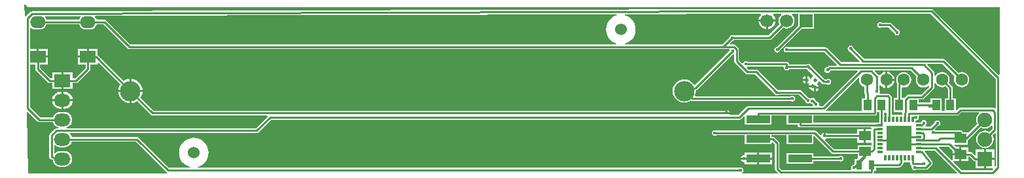
<source format=gbl>
G04 Layer_Physical_Order=2*
G04 Layer_Color=11436288*
%FSLAX44Y44*%
%MOMM*%
G71*
G01*
G75*
%ADD23R,1.5500X1.2500*%
%ADD28C,0.2540*%
%ADD29C,1.9050*%
%ADD30R,1.9050X1.9050*%
%ADD31O,2.1590X1.6510*%
%ADD32R,2.1590X1.6510*%
%ADD33R,2.0320X1.5240*%
%ADD34O,2.0320X1.5240*%
%ADD35R,1.7000X1.7000*%
%ADD36C,1.7000*%
%ADD37C,1.5240*%
%ADD38C,2.6416*%
%ADD39C,1.6000*%
%ADD40C,0.3810*%
%ADD41C,0.5000*%
%ADD42R,3.3000X3.3000*%
%ADD43R,0.3000X0.8000*%
%ADD44R,0.8000X0.3000*%
%ADD45R,3.1000X1.0000*%
%ADD46R,0.8000X1.2500*%
%ADD47R,1.0500X1.4500*%
G36*
X1789496Y936225D02*
Y931418D01*
X1789260Y930229D01*
X1788586Y929221D01*
X1775886Y916520D01*
X1774878Y915847D01*
X1773689Y915610D01*
X1769393D01*
Y911412D01*
X1776737D01*
X1776790Y911401D01*
X1776843Y911410D01*
X1783319Y911189D01*
X1784589Y912079D01*
Y916824D01*
X1798645D01*
Y900490D01*
X1803089D01*
Y916824D01*
X1807009D01*
Y929263D01*
X1803719Y932553D01*
X1801895Y931798D01*
X1799343Y931462D01*
X1796790Y931798D01*
X1794412Y932783D01*
X1792369Y934350D01*
X1790802Y936393D01*
X1790766Y936478D01*
X1789496Y936225D01*
D02*
G37*
G36*
X1863030Y880939D02*
X1860669Y879127D01*
X1857919Y877988D01*
X1854969Y877599D01*
X1852018Y877988D01*
X1849426Y879062D01*
X1832872Y862508D01*
X1832747Y862425D01*
Y856678D01*
X1815741D01*
X1815255Y855505D01*
X1817006Y853754D01*
X1821949D01*
Y845476D01*
X1812929D01*
Y849041D01*
X1807961Y854008D01*
X1795431D01*
X1794945Y852835D01*
X1811659Y836121D01*
X1812929Y836647D01*
Y842936D01*
X1821949D01*
Y835416D01*
X1814160D01*
X1813634Y834146D01*
X1824506Y823274D01*
X1863842D01*
X1865531Y824963D01*
X1865045Y826136D01*
X1856240D01*
Y836931D01*
X1867035D01*
Y829052D01*
X1868305Y828419D01*
X1868752Y828756D01*
Y871329D01*
X1867579Y871815D01*
X1864907Y869143D01*
X1865981Y866551D01*
X1866369Y863600D01*
X1865981Y860649D01*
X1864842Y857900D01*
X1863030Y855539D01*
X1860669Y853727D01*
X1857919Y852588D01*
X1854969Y852199D01*
X1852018Y852588D01*
X1849268Y853727D01*
X1846907Y855539D01*
X1845096Y857900D01*
X1843957Y860649D01*
X1843568Y863600D01*
X1843957Y866551D01*
X1845096Y869300D01*
X1846907Y871661D01*
X1849268Y873473D01*
X1852018Y874612D01*
X1854969Y875001D01*
X1857919Y874612D01*
X1860512Y873538D01*
X1864434Y877460D01*
Y880793D01*
X1863231Y881201D01*
X1863030Y880939D01*
D02*
G37*
G36*
X1712261Y952029D02*
X1717163Y947127D01*
X1717232Y947078D01*
X1718733Y947087D01*
X1719690Y948333D01*
X1721891Y950023D01*
X1724455Y951085D01*
X1725937Y951280D01*
Y940816D01*
Y930352D01*
X1724455Y930547D01*
X1721891Y931609D01*
X1719690Y933299D01*
X1719325Y933774D01*
X1718123Y933365D01*
Y928062D01*
X1718484Y927521D01*
X1718770Y926084D01*
X1718484Y924647D01*
X1718203Y924225D01*
X1718881Y922955D01*
X1729309D01*
X1730499Y922719D01*
X1731507Y922045D01*
X1733493Y920060D01*
X1734166Y919051D01*
X1734403Y917862D01*
Y895394D01*
X1748187D01*
Y897890D01*
X1748210Y898006D01*
X1747168Y899276D01*
X1736837D01*
Y917332D01*
X1740757D01*
Y934868D01*
X1740993Y936057D01*
X1741121Y936248D01*
X1740286Y938263D01*
X1739950Y940816D01*
X1740286Y943369D01*
X1741272Y945747D01*
X1742839Y947790D01*
X1744882Y949357D01*
X1747260Y950342D01*
X1749813Y950678D01*
X1752365Y950342D01*
X1754744Y949357D01*
X1756786Y947790D01*
X1758354Y945747D01*
X1759339Y943369D01*
X1759675Y940816D01*
X1759339Y938263D01*
X1758354Y935885D01*
X1756786Y933842D01*
X1754744Y932275D01*
X1752365Y931290D01*
X1749813Y930954D01*
X1748242Y931160D01*
X1746972Y930101D01*
Y917332D01*
X1750137D01*
X1750155Y917359D01*
X1753711Y920916D01*
X1754720Y921589D01*
X1755909Y921826D01*
X1772401D01*
X1782782Y932207D01*
X1782672Y932614D01*
X1781223Y933103D01*
X1780144Y932275D01*
X1777765Y931290D01*
X1775213Y930954D01*
X1772660Y931290D01*
X1770282Y932275D01*
X1768239Y933842D01*
X1766672Y935885D01*
X1765686Y938263D01*
X1765350Y940816D01*
X1765686Y943369D01*
X1766442Y945192D01*
X1758432Y953202D01*
X1712747D01*
X1712261Y952029D01*
D02*
G37*
G36*
X615137Y898997D02*
X616973Y819150D01*
X797141D01*
X797266Y820420D01*
X796377Y820597D01*
X795369Y821271D01*
X756148Y860492D01*
X673281D01*
X672473Y858540D01*
X670864Y856444D01*
X668768Y854836D01*
X666328Y853825D01*
X663709Y853480D01*
X658629D01*
X656010Y853825D01*
X653569Y854836D01*
X651577Y856365D01*
X650789Y856212D01*
X650306Y856048D01*
Y845752D01*
X650789Y845588D01*
X651577Y845435D01*
X653569Y846964D01*
X656010Y847975D01*
X658629Y848320D01*
X663709D01*
X666328Y847975D01*
X668768Y846964D01*
X670864Y845356D01*
X672473Y843260D01*
X673484Y840819D01*
X673828Y838200D01*
X673484Y835581D01*
X672473Y833140D01*
X670864Y831044D01*
X668768Y829436D01*
X666328Y828425D01*
X663709Y828080D01*
X658629D01*
X656010Y828425D01*
X653569Y829436D01*
X651473Y831044D01*
X649865Y833140D01*
X648854Y835581D01*
X648625Y837322D01*
X646643Y837682D01*
X646335Y837804D01*
X646010Y837869D01*
X645776Y838025D01*
X645515Y838128D01*
X645277Y838358D01*
X645001Y838542D01*
X644845Y838776D01*
X644644Y838971D01*
X644512Y839275D01*
X644328Y839551D01*
X644273Y839826D01*
X644161Y840083D01*
X644156Y840415D01*
X644091Y840740D01*
Y868680D01*
X644328Y869869D01*
X645001Y870878D01*
X651351Y877227D01*
X652359Y877901D01*
X653549Y878138D01*
X655316D01*
X655569Y879408D01*
X653569Y880236D01*
X651473Y881844D01*
X649865Y883940D01*
X649056Y885892D01*
X631197D01*
X630008Y886129D01*
X628999Y886803D01*
X616305Y899497D01*
X615137Y898997D01*
D02*
G37*
G36*
X1578802Y866961D02*
X1580650D01*
X1581839Y866724D01*
X1582847Y866050D01*
X1588180Y860717D01*
X1588854Y859709D01*
X1589091Y858520D01*
Y826787D01*
X1592096Y823782D01*
X1681337D01*
X1682015Y825052D01*
X1681827Y825333D01*
X1681542Y826770D01*
X1681827Y828207D01*
X1682641Y829425D01*
X1683860Y830239D01*
X1684498Y830366D01*
X1686251Y832119D01*
Y838354D01*
X1689754D01*
X1689863Y838518D01*
X1689993Y839734D01*
X1689993D01*
Y844654D01*
X1658463D01*
X1657273Y844891D01*
X1656265Y845565D01*
X1634071Y867759D01*
X1632801Y867233D01*
Y857075D01*
X1598245D01*
Y868874D01*
X1578802D01*
Y866961D01*
D02*
G37*
G36*
X1821098Y895184D02*
X1820090Y894511D01*
X1818901Y894274D01*
X1769914D01*
X1769126Y893004D01*
X1769316Y892048D01*
X1769030Y890611D01*
X1768216Y889393D01*
X1766998Y888579D01*
X1765561Y888293D01*
X1765555Y888294D01*
X1764573Y887488D01*
Y885394D01*
X1771708D01*
X1771998Y885684D01*
X1772124Y886322D01*
X1772939Y887541D01*
X1774157Y888354D01*
X1775594Y888640D01*
X1777031Y888354D01*
X1778249Y887541D01*
X1779063Y886322D01*
X1779349Y884885D01*
X1779063Y883448D01*
X1778249Y882230D01*
X1778145Y882161D01*
X1777837Y880434D01*
X1777988Y880224D01*
X1784774D01*
X1789651Y885100D01*
X1789777Y885738D01*
X1790591Y886956D01*
X1791810Y887770D01*
X1793247Y888056D01*
X1794684Y887770D01*
X1795902Y886956D01*
X1796716Y885738D01*
X1797002Y884301D01*
X1796716Y882864D01*
X1795902Y881646D01*
X1794684Y880832D01*
X1794045Y880705D01*
X1789954Y876614D01*
X1790480Y875344D01*
X1823219D01*
X1824408Y875107D01*
X1825416Y874434D01*
X1826090Y873425D01*
X1826227Y872734D01*
X1832747D01*
X1832747Y872734D01*
Y872734D01*
X1833851Y872277D01*
X1845031Y883457D01*
X1843957Y886049D01*
X1843568Y889000D01*
X1843957Y891951D01*
X1845096Y894700D01*
X1846907Y897061D01*
X1847335Y897390D01*
X1846927Y898592D01*
X1824506D01*
X1821098Y895184D01*
D02*
G37*
G36*
X1648857Y901760D02*
X1649078Y900882D01*
X1649345Y900490D01*
X1695689D01*
Y917078D01*
X1699609D01*
Y922511D01*
X1698936Y923519D01*
X1698699Y924708D01*
Y931520D01*
X1696876Y932275D01*
X1694833Y933842D01*
X1693266Y935885D01*
X1692280Y938263D01*
X1691944Y940816D01*
X1692280Y943369D01*
X1692293Y943399D01*
X1691217Y944119D01*
X1648857Y901760D01*
D02*
G37*
G36*
X1578802Y882475D02*
X1544246D01*
Y893279D01*
X1543073Y893765D01*
X1539158Y889850D01*
X1538150Y889177D01*
X1536961Y888940D01*
X930934D01*
X914826Y872832D01*
X913818Y872159D01*
X912629Y871922D01*
X671260D01*
X671097Y871440D01*
X670944Y870652D01*
X672473Y868660D01*
X673281Y866708D01*
X757435D01*
X758624Y866471D01*
X759632Y865798D01*
X798854Y826576D01*
X826336D01*
X826525Y827846D01*
X823896Y828643D01*
X820587Y830412D01*
X817686Y832792D01*
X815306Y835693D01*
X813537Y839003D01*
X812447Y842594D01*
X812080Y846328D01*
X812447Y850062D01*
X813537Y853653D01*
X815306Y856963D01*
X817686Y859864D01*
X820587Y862244D01*
X823896Y864013D01*
X827487Y865102D01*
X831222Y865470D01*
X834956Y865102D01*
X838547Y864013D01*
X841857Y862244D01*
X844757Y859864D01*
X847138Y856963D01*
X848907Y853653D01*
X849996Y850062D01*
X850364Y846328D01*
X849996Y842594D01*
X848907Y839003D01*
X847138Y835693D01*
X844757Y832792D01*
X841857Y830412D01*
X838547Y828643D01*
X835919Y827846D01*
X836107Y826576D01*
X1536507D01*
X1537048Y826937D01*
X1538485Y827223D01*
X1539922Y826937D01*
X1541140Y826123D01*
X1541954Y824905D01*
X1542240Y823468D01*
X1541954Y822031D01*
X1541140Y820813D01*
X1540552Y820420D01*
X1540938Y819150D01*
X1586278D01*
X1586764Y820323D01*
X1583785Y823303D01*
X1583381Y823907D01*
X1583112Y824311D01*
X1582875Y825500D01*
Y857233D01*
X1580072Y860036D01*
X1578802Y859510D01*
Y857075D01*
X1544246D01*
Y868874D01*
X1507099D01*
X1506558Y868513D01*
X1505121Y868227D01*
X1503684Y868513D01*
X1502466Y869327D01*
X1501651Y870545D01*
X1501366Y871982D01*
X1501651Y873419D01*
X1502466Y874637D01*
X1503684Y875451D01*
X1505121Y875737D01*
X1506558Y875451D01*
X1507099Y875090D01*
X1634243D01*
X1635432Y874853D01*
X1636440Y874180D01*
X1641746Y868874D01*
X1643124Y869292D01*
X1643264Y869996D01*
X1644246Y871467D01*
X1645716Y872449D01*
X1646181Y872541D01*
Y868262D01*
X1648721D01*
Y872541D01*
X1649185Y872449D01*
X1650655Y871467D01*
X1650720Y871370D01*
X1689231D01*
Y877052D01*
X1698251D01*
Y868262D01*
Y859472D01*
X1689231D01*
Y865154D01*
X1650720D01*
X1650655Y865057D01*
X1649185Y864075D01*
X1648481Y863935D01*
X1648063Y862557D01*
X1659750Y850870D01*
X1689993D01*
Y855790D01*
X1708512D01*
Y859472D01*
X1700791D01*
Y868262D01*
Y877052D01*
X1707567D01*
X1707977Y877809D01*
X1707239Y879008D01*
X1615447D01*
X1614258Y879245D01*
X1613249Y879919D01*
X1612576Y880927D01*
X1612339Y882116D01*
Y882475D01*
X1598245D01*
Y894274D01*
X1578802D01*
Y882475D01*
D02*
G37*
G36*
X1715329Y897382D02*
X1715092Y896193D01*
X1714418Y895184D01*
X1713410Y894511D01*
X1712221Y894274D01*
X1632801D01*
Y885224D01*
X1713017D01*
Y885394D01*
X1717678D01*
X1718109Y885826D01*
Y899022D01*
X1715329D01*
Y897382D01*
D02*
G37*
G36*
X639926Y1011154D02*
X638420Y1009191D01*
X636456Y1007685D01*
X634170Y1006738D01*
X631717Y1006415D01*
X626637D01*
X624184Y1006738D01*
X621897Y1007685D01*
X620335Y1008884D01*
X619064Y1008351D01*
Y981054D01*
X627907D01*
Y970894D01*
X629177D01*
Y969624D01*
X641877D01*
Y960734D01*
X632285D01*
Y956327D01*
X645704Y942908D01*
X647834D01*
Y950595D01*
X659899D01*
Y939800D01*
Y929005D01*
X647834D01*
Y936692D01*
X644417D01*
X643228Y936929D01*
X642219Y937602D01*
X626979Y952842D01*
X626306Y953851D01*
X626069Y955040D01*
Y960734D01*
X619064D01*
Y905527D01*
X632484Y892108D01*
X649056D01*
X649865Y894060D01*
X651473Y896156D01*
X653569Y897764D01*
X656010Y898775D01*
X658629Y899120D01*
X663709D01*
X666328Y898775D01*
X668768Y897764D01*
X670864Y896156D01*
X672473Y894060D01*
X673484Y891619D01*
X673828Y889000D01*
X673484Y886381D01*
X672473Y883940D01*
X670864Y881844D01*
X668768Y880236D01*
X666768Y879408D01*
X667021Y878138D01*
X911341D01*
X926462Y893258D01*
X925936Y894528D01*
X777755D01*
X776565Y894765D01*
X775557Y895439D01*
X757825Y913170D01*
X755108Y911718D01*
X752140Y910818D01*
X750323Y910639D01*
Y925068D01*
X764752D01*
X764573Y923251D01*
X763672Y920282D01*
X762220Y917566D01*
X779042Y900744D01*
X1517181D01*
X1517246Y900841D01*
X1518716Y901823D01*
X1519181Y901915D01*
Y897636D01*
X1520451D01*
Y896366D01*
X1524780D01*
X1525551Y895156D01*
X1535674D01*
X1546447Y905929D01*
X1547455Y906603D01*
X1548645Y906840D01*
X1632003D01*
X1632806Y907857D01*
X1632833Y908110D01*
X1630963Y909979D01*
X1630012Y910169D01*
X1629754Y910341D01*
X1629521Y910497D01*
X1629520Y910497D01*
X1628793Y910983D01*
X1627620Y910638D01*
X1627298Y910423D01*
X1625861Y910137D01*
X1624424Y910423D01*
X1623206Y911237D01*
X1622391Y912455D01*
X1622265Y913093D01*
X1613905Y921452D01*
X1587707D01*
X1587166Y921091D01*
X1585729Y920805D01*
X1584292Y921091D01*
X1583073Y921905D01*
X1582259Y923123D01*
X1582133Y923761D01*
X1557771Y948122D01*
X1547375D01*
X1546185Y948359D01*
X1545177Y949033D01*
X1531207Y963002D01*
X1530534Y964011D01*
X1530297Y965200D01*
Y973771D01*
X1529280Y974574D01*
X1529027Y974602D01*
X1482770Y928345D01*
X1482621Y928245D01*
X1482504Y928108D01*
X1482121Y927911D01*
X1481762Y927671D01*
X1481586Y927636D01*
X1481426Y927554D01*
X1480797Y927374D01*
X1480899Y926338D01*
X1480610Y923400D01*
X1479824Y920810D01*
X1480421Y919540D01*
X1603817D01*
X1604358Y919901D01*
X1605795Y920187D01*
X1607232Y919901D01*
X1608450Y919087D01*
X1609264Y917869D01*
X1609550Y916432D01*
X1609264Y914995D01*
X1608450Y913777D01*
X1607232Y912963D01*
X1605795Y912677D01*
X1604358Y912963D01*
X1603817Y913324D01*
X1475747D01*
X1474557Y913561D01*
X1474188Y913807D01*
X1471603Y912426D01*
X1468779Y911569D01*
X1465841Y911280D01*
X1462903Y911569D01*
X1460078Y912426D01*
X1457475Y913817D01*
X1455193Y915690D01*
X1453320Y917972D01*
X1451929Y920575D01*
X1451072Y923400D01*
X1450782Y926338D01*
X1451072Y929276D01*
X1451929Y932101D01*
X1453320Y934704D01*
X1455193Y936986D01*
X1457475Y938859D01*
X1460078Y940250D01*
X1462903Y941107D01*
X1465841Y941396D01*
X1468779Y941107D01*
X1471603Y940250D01*
X1474207Y938859D01*
X1476489Y936986D01*
X1478362Y934704D01*
X1478548Y934355D01*
X1479804Y934169D01*
X1524729Y979093D01*
X1524782Y979364D01*
X1524048Y980634D01*
X747783D01*
X746593Y980871D01*
X745585Y981544D01*
X714344Y1012786D01*
X705602D01*
X704926Y1011154D01*
X703419Y1009191D01*
X701456Y1007685D01*
X699170Y1006738D01*
X696717Y1006415D01*
X691637D01*
X689183Y1006738D01*
X686897Y1007685D01*
X684934Y1009191D01*
X683427Y1011154D01*
X682751Y1012786D01*
X640602D01*
X639926Y1011154D01*
D02*
G37*
G36*
X703785Y1023831D02*
X703515Y1023030D01*
X703447Y1022560D01*
X704926Y1020633D01*
X705602Y1019001D01*
X715631D01*
X716820Y1018765D01*
X717828Y1018091D01*
X749070Y986850D01*
X1377949D01*
X1378137Y988120D01*
X1376346Y988663D01*
X1373037Y990432D01*
X1370136Y992812D01*
X1367756Y995713D01*
X1365987Y999023D01*
X1364897Y1002614D01*
X1364530Y1006348D01*
X1364897Y1010082D01*
X1365987Y1013673D01*
X1367756Y1016983D01*
X1370136Y1019884D01*
X1373037Y1022264D01*
X1376346Y1024033D01*
X1378817Y1024783D01*
X1378627Y1026052D01*
X703785Y1023831D01*
D02*
G37*
G36*
X1777068Y847738D02*
X1786627Y834425D01*
X1786775Y834099D01*
X1786974Y833801D01*
X1787023Y833552D01*
X1787129Y833320D01*
X1787141Y832963D01*
X1787211Y832612D01*
X1787161Y832363D01*
X1787169Y832109D01*
X1787044Y831774D01*
X1786974Y831423D01*
X1786833Y831211D01*
X1786743Y830973D01*
X1786499Y830712D01*
X1786300Y830415D01*
X1780966Y825080D01*
X1779958Y824407D01*
X1778769Y824170D01*
X1765761D01*
X1765220Y823809D01*
X1763783Y823523D01*
X1762346Y823809D01*
X1761127Y824623D01*
X1760313Y825841D01*
X1760028Y827278D01*
X1760205Y828172D01*
X1760106Y829487D01*
X1759098Y830161D01*
X1758424Y831169D01*
X1758187Y832358D01*
Y833838D01*
X1749403D01*
Y833120D01*
X1749166Y831931D01*
X1748492Y830922D01*
X1745698Y828129D01*
X1744690Y827455D01*
X1743501Y827218D01*
X1713807D01*
Y822298D01*
X1711136D01*
Y820901D01*
X1711041Y820420D01*
X1711936Y819150D01*
X1818180D01*
X1818667Y820323D01*
X1789981Y849008D01*
X1777719D01*
X1777068Y847738D01*
D02*
G37*
G36*
X638998Y1023618D02*
X638612Y1022346D01*
X639926Y1020633D01*
X640602Y1019001D01*
X682751D01*
X683427Y1020633D01*
X684859Y1022499D01*
X684720Y1023222D01*
X684534Y1023768D01*
X638998Y1023618D01*
D02*
G37*
G36*
X1388608Y1026085D02*
X1388422Y1024814D01*
X1390997Y1024033D01*
X1394307Y1022264D01*
X1397207Y1019884D01*
X1399588Y1016983D01*
X1401357Y1013673D01*
X1402446Y1010082D01*
X1402814Y1006348D01*
X1402446Y1002614D01*
X1401357Y999023D01*
X1399588Y995713D01*
X1397207Y992812D01*
X1394307Y990432D01*
X1390997Y988663D01*
X1389206Y988120D01*
X1389395Y986850D01*
X1514986D01*
X1524615Y996479D01*
X1524742Y997117D01*
X1525556Y998335D01*
X1526774Y999149D01*
X1528211Y999435D01*
X1529648Y999149D01*
X1530189Y998788D01*
X1574890D01*
X1589121Y1013019D01*
X1588261Y1015095D01*
X1587908Y1017778D01*
X1588261Y1020461D01*
X1589297Y1022961D01*
X1590945Y1025108D01*
X1591332Y1025406D01*
X1590924Y1026608D01*
X1581439D01*
X1580989Y1025338D01*
X1582518Y1023346D01*
X1583631Y1020660D01*
X1583843Y1019048D01*
X1561907D01*
X1562119Y1020660D01*
X1563231Y1023346D01*
X1564760Y1025338D01*
X1564311Y1026608D01*
X1547631D01*
X1388608Y1026085D01*
D02*
G37*
G36*
X611932Y1038424D02*
X612279Y1023347D01*
X613557Y1022975D01*
X613759Y1023278D01*
X619347Y1028866D01*
X619849Y1029201D01*
X620346Y1029535D01*
X620351Y1029536D01*
X620355Y1029539D01*
X620949Y1029657D01*
X621535Y1029776D01*
X1547619Y1032824D01*
X1547624Y1032823D01*
X1547629Y1032824D01*
X1785627D01*
X1786816Y1032587D01*
X1787824Y1031914D01*
X1872591Y947146D01*
X1873765Y947632D01*
Y1035304D01*
X616719D01*
X613100Y1038923D01*
X611932Y1038424D01*
D02*
G37*
G36*
X1605218Y1025406D02*
X1605605Y1025108D01*
X1607253Y1022961D01*
X1608288Y1020461D01*
X1608642Y1017778D01*
X1608288Y1015095D01*
X1607253Y1012595D01*
X1605605Y1010448D01*
X1603458Y1008800D01*
X1600958Y1007765D01*
X1598275Y1007411D01*
X1595592Y1007765D01*
X1593516Y1008624D01*
X1578374Y993483D01*
X1577366Y992809D01*
X1576177Y992572D01*
X1530189D01*
X1529648Y992211D01*
X1529010Y992084D01*
X1524949Y988023D01*
X1525435Y986850D01*
X1530103D01*
X1531292Y986613D01*
X1532300Y985939D01*
X1535602Y982637D01*
X1536276Y981629D01*
X1536512Y980440D01*
Y966487D01*
X1540813Y962187D01*
X1542014Y962467D01*
X1542166Y962630D01*
X1542941Y963791D01*
X1544160Y964605D01*
X1545597Y964891D01*
X1547034Y964605D01*
X1547575Y964244D01*
X1598325D01*
X1599514Y964007D01*
X1600523Y963334D01*
X1601196Y962325D01*
X1601433Y961136D01*
Y960942D01*
X1624391D01*
X1624932Y961303D01*
X1626369Y961589D01*
X1627806Y961303D01*
X1629024Y960489D01*
X1629838Y959271D01*
X1629965Y958633D01*
X1647214Y941384D01*
X1650045D01*
X1650586Y941745D01*
X1652023Y942031D01*
X1653460Y941745D01*
X1654678Y940931D01*
X1655492Y939713D01*
X1655778Y938276D01*
X1655492Y936839D01*
X1654678Y935621D01*
X1653460Y934807D01*
X1652023Y934521D01*
X1650586Y934807D01*
X1650045Y935168D01*
X1645927D01*
X1644738Y935405D01*
X1643729Y936078D01*
X1640963Y938844D01*
X1639548Y938464D01*
X1638638Y937103D01*
X1637736Y936500D01*
Y934972D01*
X1638638Y934369D01*
X1639752Y932702D01*
X1639891Y932006D01*
X1635005D01*
Y930736D01*
X1633735D01*
Y925850D01*
X1633038Y925988D01*
X1631371Y927102D01*
X1630937Y927752D01*
X1629990Y927940D01*
X1628323Y929054D01*
X1627209Y930722D01*
X1627071Y931418D01*
X1631957D01*
Y933958D01*
X1627071D01*
X1627209Y934654D01*
X1628052Y935915D01*
X1627136Y936831D01*
X1625876Y935989D01*
X1625179Y935850D01*
Y940736D01*
Y945622D01*
X1625876Y945484D01*
X1627543Y944370D01*
X1628657Y942703D01*
X1628809Y941934D01*
X1630104D01*
X1630257Y942703D01*
X1631371Y944370D01*
X1632732Y945279D01*
X1633113Y946695D01*
X1625570Y954238D01*
X1624932Y954365D01*
X1624391Y954726D01*
X1601394D01*
X1600980Y954107D01*
X1599762Y953293D01*
X1598325Y953008D01*
X1596888Y953293D01*
X1595670Y954107D01*
X1594856Y955326D01*
X1594570Y956763D01*
X1594626Y957047D01*
X1593821Y958028D01*
X1547575D01*
X1547091Y957705D01*
X1546928Y957553D01*
X1546647Y956352D01*
X1548662Y954338D01*
X1559059D01*
X1560248Y954101D01*
X1561256Y953428D01*
X1586527Y928156D01*
X1587166Y928029D01*
X1587707Y927668D01*
X1615193D01*
X1616382Y927431D01*
X1617390Y926758D01*
X1626659Y917488D01*
X1627298Y917361D01*
X1627789Y917033D01*
X1628516Y916547D01*
X1629690Y916892D01*
X1630012Y917107D01*
X1631449Y917393D01*
X1632886Y917107D01*
X1634104Y916293D01*
X1634918Y915075D01*
X1634983Y914750D01*
X1637324Y912408D01*
X1637963Y912281D01*
X1639181Y911467D01*
X1639995Y910249D01*
X1640281Y908812D01*
X1640141Y908110D01*
X1641048Y906840D01*
X1645148D01*
X1690337Y952029D01*
X1689851Y953202D01*
X1655088D01*
X1654603Y952717D01*
X1654476Y952079D01*
X1653662Y950861D01*
X1652444Y950047D01*
X1651007Y949761D01*
X1649570Y950047D01*
X1648351Y950861D01*
X1647537Y952079D01*
X1647252Y953516D01*
X1647537Y954953D01*
X1648351Y956171D01*
X1649570Y956985D01*
X1650208Y957112D01*
X1651603Y958508D01*
X1652612Y959181D01*
X1653801Y959418D01*
X1662673D01*
X1663159Y960591D01*
X1646671Y977078D01*
X1600153D01*
X1599612Y976717D01*
X1598175Y976431D01*
X1596738Y976717D01*
X1595520Y977531D01*
X1594705Y978749D01*
X1594420Y980186D01*
X1594705Y981623D01*
X1595520Y982841D01*
X1596738Y983655D01*
X1598175Y983941D01*
X1599612Y983655D01*
X1600153Y983294D01*
X1647959D01*
X1649148Y983057D01*
X1650156Y982383D01*
X1668804Y963736D01*
X1692645D01*
X1693131Y964909D01*
X1680180Y977860D01*
X1679542Y977987D01*
X1678324Y978801D01*
X1677509Y980019D01*
X1677224Y981456D01*
X1677509Y982893D01*
X1678324Y984111D01*
X1679542Y984925D01*
X1680979Y985211D01*
X1682416Y984925D01*
X1683634Y984111D01*
X1684448Y982893D01*
X1684575Y982255D01*
X1698776Y968054D01*
X1801121D01*
X1802310Y967817D01*
X1803318Y967143D01*
X1820367Y950095D01*
X1822190Y950850D01*
X1824743Y951186D01*
X1827295Y950850D01*
X1829674Y949865D01*
X1831716Y948298D01*
X1833284Y946255D01*
X1834269Y943877D01*
X1834605Y941324D01*
X1834269Y938771D01*
X1833284Y936393D01*
X1831716Y934350D01*
X1829674Y932783D01*
X1827295Y931798D01*
X1824743Y931462D01*
X1822190Y931798D01*
X1819812Y932783D01*
X1817769Y934350D01*
X1816202Y936393D01*
X1815216Y938771D01*
X1814880Y941324D01*
X1815216Y943877D01*
X1815972Y945700D01*
X1799834Y961838D01*
X1780565D01*
X1780079Y960665D01*
X1788586Y952158D01*
X1789260Y951149D01*
X1789496Y949960D01*
Y946423D01*
X1790766Y946170D01*
X1790802Y946255D01*
X1792369Y948298D01*
X1794412Y949865D01*
X1796790Y950850D01*
X1799343Y951186D01*
X1801895Y950850D01*
X1804274Y949865D01*
X1806317Y948298D01*
X1807884Y946255D01*
X1808869Y943877D01*
X1809205Y941324D01*
X1808869Y938771D01*
X1808114Y936948D01*
X1812314Y932747D01*
X1812988Y931739D01*
X1813225Y930550D01*
Y916824D01*
X1817145D01*
Y901817D01*
X1818415Y901291D01*
X1821021Y903897D01*
X1822030Y904571D01*
X1823219Y904808D01*
X1865129D01*
X1866318Y904571D01*
X1867326Y903897D01*
X1867579Y903645D01*
X1868752Y904131D01*
Y942196D01*
X1784339Y1026608D01*
X1633953D01*
Y1007500D01*
X1617792D01*
X1589553Y979261D01*
X1589426Y978623D01*
X1588612Y977405D01*
X1587394Y976591D01*
X1585957Y976305D01*
X1584520Y976591D01*
X1583302Y977405D01*
X1582487Y978623D01*
X1582202Y980060D01*
X1582487Y981497D01*
X1583302Y982715D01*
X1584520Y983529D01*
X1585158Y983656D01*
X1613397Y1011895D01*
Y1026608D01*
X1605626D01*
X1605218Y1025406D01*
D02*
G37*
%LPC*%
G36*
X662439Y913130D02*
X674430D01*
X674226Y911582D01*
X673138Y908956D01*
X671408Y906701D01*
X669153Y904971D01*
X666527Y903883D01*
X663709Y903512D01*
X662439D01*
Y913130D01*
D02*
G37*
G36*
X1521721Y901915D02*
X1522185Y901823D01*
X1523655Y900841D01*
X1524638Y899370D01*
X1524730Y898906D01*
X1521721D01*
Y901915D01*
D02*
G37*
G36*
X1598245Y845231D02*
X1632801D01*
Y841561D01*
X1666299D01*
X1666841Y841922D01*
X1668278Y842208D01*
X1669715Y841922D01*
X1670933Y841108D01*
X1671747Y839890D01*
X1672033Y838453D01*
X1671747Y837016D01*
X1670933Y835798D01*
X1669715Y834984D01*
X1668278Y834698D01*
X1666841Y834984D01*
X1666299Y835345D01*
X1632801D01*
Y831675D01*
X1598245D01*
Y845231D01*
D02*
G37*
G36*
X1562794Y845993D02*
X1579564D01*
Y839723D01*
X1562794D01*
Y845993D01*
D02*
G37*
G36*
X1856240Y850266D02*
X1867035D01*
Y839471D01*
X1856240D01*
Y850266D01*
D02*
G37*
G36*
X1562794Y837183D02*
X1579564D01*
Y830913D01*
X1562794D01*
Y837183D01*
D02*
G37*
G36*
X1543484Y845993D02*
X1560254D01*
Y838453D01*
Y830913D01*
X1543484D01*
Y833363D01*
X1542803Y833922D01*
X1541068Y834267D01*
X1539598Y835249D01*
X1538616Y836720D01*
X1538523Y837184D01*
X1542803D01*
Y839724D01*
X1538523D01*
X1538616Y840188D01*
X1539598Y841659D01*
X1541068Y842641D01*
X1542803Y842986D01*
X1543484Y843545D01*
Y845993D01*
D02*
G37*
G36*
X1824489Y853463D02*
X1825188Y852996D01*
X1833509D01*
Y847314D01*
X1836264D01*
X1837453Y847077D01*
X1838461Y846404D01*
X1841731Y843133D01*
X1842905Y843619D01*
Y850266D01*
X1853700D01*
Y838201D01*
Y826136D01*
X1842905D01*
Y835093D01*
X1842269D01*
X1841080Y835330D01*
X1840071Y836003D01*
X1834976Y841098D01*
X1833509D01*
Y835416D01*
X1824489D01*
Y844206D01*
Y853463D01*
D02*
G37*
G36*
X1728477Y951280D02*
X1729958Y951085D01*
X1732522Y950023D01*
X1734724Y948333D01*
X1736413Y946132D01*
X1737475Y943568D01*
X1737670Y942086D01*
X1728477D01*
Y951280D01*
D02*
G37*
G36*
X681477Y981054D02*
X692907D01*
Y972164D01*
X681477D01*
Y981054D01*
D02*
G37*
G36*
X1619023Y939466D02*
X1622639D01*
Y935850D01*
X1621942Y935989D01*
X1620275Y937103D01*
X1619162Y938770D01*
X1619023Y939466D01*
D02*
G37*
G36*
X1622639Y945622D02*
Y942006D01*
X1619023D01*
X1619162Y942703D01*
X1620275Y944370D01*
X1621942Y945484D01*
X1622639Y945622D01*
D02*
G37*
G36*
X1561907Y1016508D02*
X1571605D01*
Y1006810D01*
X1569993Y1007022D01*
X1567307Y1008135D01*
X1565001Y1009904D01*
X1563231Y1012210D01*
X1562119Y1014896D01*
X1561907Y1016508D01*
D02*
G37*
G36*
X1719141Y1015945D02*
X1720578Y1015659D01*
X1721119Y1015298D01*
X1731525D01*
X1732714Y1015061D01*
X1733722Y1014388D01*
X1741975Y1006134D01*
X1742614Y1006007D01*
X1743832Y1005193D01*
X1744646Y1003975D01*
X1744932Y1002538D01*
X1744646Y1001101D01*
X1743832Y999883D01*
X1742614Y999069D01*
X1741177Y998783D01*
X1739740Y999069D01*
X1738522Y999883D01*
X1737707Y1001101D01*
X1737581Y1001739D01*
X1730237Y1009082D01*
X1721119D01*
X1720578Y1008721D01*
X1719141Y1008435D01*
X1717704Y1008721D01*
X1716485Y1009535D01*
X1715671Y1010753D01*
X1715386Y1012190D01*
X1715671Y1013627D01*
X1716485Y1014845D01*
X1717704Y1015659D01*
X1719141Y1015945D01*
D02*
G37*
G36*
X630447Y981054D02*
X641877D01*
Y972164D01*
X630447D01*
Y981054D01*
D02*
G37*
G36*
X1574145Y1016508D02*
X1583843D01*
X1583631Y1014896D01*
X1582518Y1012210D01*
X1580749Y1009904D01*
X1578443Y1008135D01*
X1575757Y1007022D01*
X1574145Y1006810D01*
Y1016508D01*
D02*
G37*
G36*
X662439Y925288D02*
X663709D01*
X666527Y924917D01*
X669153Y923829D01*
X671408Y922099D01*
X673138Y919844D01*
X674226Y917218D01*
X674430Y915670D01*
X662439D01*
Y925288D01*
D02*
G37*
G36*
X658629D02*
X659899D01*
Y915670D01*
X647908D01*
X648112Y917218D01*
X649199Y919844D01*
X650930Y922099D01*
X653185Y923829D01*
X655811Y924917D01*
X658629Y925288D01*
D02*
G37*
G36*
X647908Y913130D02*
X659899D01*
Y903512D01*
X658629D01*
X655811Y903883D01*
X653185Y904971D01*
X650930Y906701D01*
X649199Y908956D01*
X648112Y911582D01*
X647908Y913130D01*
D02*
G37*
G36*
X733354Y925068D02*
X747783D01*
Y910639D01*
X745966Y910818D01*
X742997Y911718D01*
X740261Y913181D01*
X737863Y915149D01*
X735895Y917547D01*
X734433Y920282D01*
X733533Y923251D01*
X733354Y925068D01*
D02*
G37*
G36*
X695447Y981054D02*
X706877D01*
Y972909D01*
X740280Y939505D01*
X742997Y940958D01*
X745966Y941858D01*
X747783Y942037D01*
Y927608D01*
X733354D01*
X733533Y929425D01*
X734433Y932394D01*
X735885Y935110D01*
X708050Y962946D01*
X706877Y962460D01*
Y960734D01*
X697284D01*
Y955040D01*
X697048Y953851D01*
X696374Y952842D01*
X681134Y937602D01*
X680126Y936929D01*
X678937Y936692D01*
X674504D01*
Y929005D01*
X662439D01*
Y939800D01*
Y950595D01*
X674504D01*
Y942908D01*
X677649D01*
X691069Y956327D01*
Y960734D01*
X681477D01*
Y969624D01*
X694177D01*
Y970894D01*
X695447D01*
Y981054D01*
D02*
G37*
G36*
X1728477Y939546D02*
X1737670D01*
X1737475Y938064D01*
X1736413Y935500D01*
X1734724Y933299D01*
X1732522Y931609D01*
X1729958Y930547D01*
X1728477Y930352D01*
Y939546D01*
D02*
G37*
G36*
X1636275Y929466D02*
X1639891D01*
X1639752Y928769D01*
X1638638Y927102D01*
X1636971Y925988D01*
X1636275Y925850D01*
Y929466D01*
D02*
G37*
G36*
X750323Y942037D02*
X752140Y941858D01*
X755108Y940958D01*
X757844Y939495D01*
X760242Y937527D01*
X762210Y935129D01*
X763672Y932394D01*
X764573Y929425D01*
X764752Y927608D01*
X750323D01*
Y942037D01*
D02*
G37*
%LPD*%
D23*
X1823219Y864706D02*
D03*
Y844206D02*
D03*
X1699521Y847762D02*
D03*
Y868262D02*
D03*
D28*
X1823219Y864706D02*
X1797311D01*
X1794721Y862116D01*
X1699521Y842644D02*
X1692029Y835152D01*
X1699521Y842644D02*
Y847762D01*
X1768795Y867116D02*
X1757687D01*
X1755187Y864616D01*
X1743795D01*
X1854970Y838201D02*
X1842269D01*
X1836264Y844206D01*
X1823219D01*
X694177Y1015894D02*
X629177D01*
X1702717Y908050D02*
Y923798D01*
X1701807Y924708D01*
Y940816D01*
X1718795Y882116D02*
X1615447D01*
X1615523Y889253D02*
X1615447D01*
X1731295Y889616D02*
Y917862D01*
X1729309Y919848D01*
X1715128D01*
X1712221Y916940D01*
Y897382D02*
Y916940D01*
Y897382D02*
X1561345D01*
X1561524Y889253D02*
X1561345D01*
X1708029Y820901D02*
Y830326D01*
Y820901D02*
X1707802Y820674D01*
X1590809D01*
X1585983Y825500D01*
Y858520D01*
X1580650Y863853D01*
X1561524D01*
X1809249Y857116D02*
X1768795D01*
X1815719Y850646D02*
X1809249Y857116D01*
X1823219Y844206D02*
Y850646D01*
X1746295Y833120D02*
Y839616D01*
Y833120D02*
X1743501Y830326D01*
X1708029D01*
X1598275Y1017778D02*
X1576177Y995680D01*
X1528211D01*
X1708482Y847762D02*
X1699521D01*
X1711620Y850900D02*
X1708482Y847762D01*
X1711620Y850900D02*
Y877116D01*
X1718795D02*
X1711620D01*
X1854969Y889000D02*
X1830675Y864706D01*
X1823219D01*
X1741177Y1002538D02*
X1731525Y1012190D01*
X1719141D01*
X1636526Y908812D02*
X1631700Y913638D01*
X1631449D01*
X678937Y939800D02*
X661169D01*
X694177Y955040D02*
X678937Y939800D01*
X694177Y955040D02*
Y970894D01*
X661169Y939800D02*
X644417D01*
X629177Y955040D01*
Y970894D01*
X1585729Y924560D02*
X1559059Y951230D01*
X1547375D01*
X1533405Y965200D01*
Y980440D01*
X1530103Y983742D01*
X715631Y1015894D02*
X694177D01*
X1625861Y913892D02*
X1615193Y924560D01*
X1585729D01*
X1751295Y857116D02*
X1743795Y864616D01*
X1768795Y857116D02*
X1751295D01*
X1699521Y868262D02*
X1647451D01*
X1520451Y897636D02*
X777755D01*
X749053Y926338D01*
X1867542Y876173D02*
X1854969Y863600D01*
X1867542Y876173D02*
Y899287D01*
X1865129Y901700D01*
X1823219D01*
X1818901Y897382D01*
X1756525D01*
X1756295Y897152D01*
Y889616D02*
Y897152D01*
X1823219Y864706D02*
Y872236D01*
X1787405D01*
X1791617Y906780D02*
Y907796D01*
X1475747Y916432D02*
X1465841Y926338D01*
X1605795Y916432D02*
X1475747D01*
X1599397Y957834D02*
X1598325Y956763D01*
X1626369Y957834D02*
X1599397D01*
X1699521Y847762D02*
X1658463D01*
X1634243Y871982D01*
X1505121D01*
X1697489Y964946D02*
X1680979Y981456D01*
X1801121Y964946D02*
X1697489D01*
X1824743Y941324D02*
X1801121Y964946D01*
X1647959Y980186D02*
X1598175D01*
X1667517Y960628D02*
X1647959Y980186D01*
X1775721Y960628D02*
X1667517D01*
X1786389Y949960D02*
X1775721Y960628D01*
X1786389Y931418D02*
Y949960D01*
Y931418D02*
X1773689Y918718D01*
X1755909D01*
X1752353Y915162D01*
Y898948D02*
Y915162D01*
Y898948D02*
X1751295Y897890D01*
Y889616D02*
Y897890D01*
X1775594Y884885D02*
X1772825Y882116D01*
X1768795D01*
X1776229Y832358D02*
X1761295D01*
Y839616D01*
X1793247Y884301D02*
X1786062Y877116D01*
X1768795D01*
X1721217Y884538D02*
X1718795Y882116D01*
X1721217Y884538D02*
Y908050D01*
X1652023Y938276D02*
X1645927D01*
X1626369Y957834D01*
X1775213Y940816D02*
X1759719Y956310D01*
X1653801D01*
X1651007Y953516D01*
X1774058Y872116D02*
X1768795D01*
X1776229Y869945D02*
X1774058Y872116D01*
X1776229Y864656D02*
Y869945D01*
Y864656D02*
X1773689Y862116D01*
X1776737Y908304D02*
X1762365D01*
X1598325Y956763D02*
Y961136D01*
X1545597D01*
X1480573Y930542D02*
X1465841Y926338D01*
X1528325Y978294D02*
X1480573Y930542D01*
X661169Y838200D02*
X647199Y840740D01*
Y868680D01*
X653549Y875030D02*
X647199Y868680D01*
X912629Y875030D02*
X653549D01*
X929647Y892048D02*
X912629Y875030D01*
X1536961Y892048D02*
X929647D01*
X1548645Y903732D02*
X1536961Y892048D01*
X1646435Y903732D02*
X1548645D01*
X1694695Y951992D02*
X1646435Y903732D01*
X1707903Y951992D02*
X1694695D01*
X1715015Y944880D02*
X1707903Y951992D01*
X1715015Y926084D02*
Y944880D01*
X1761295Y889616D02*
Y892048D01*
X1773689Y847116D02*
X1768795D01*
X1784103Y832612D02*
X1773689Y847116D01*
X1784103Y832612D02*
X1778769Y827278D01*
X1763783D01*
X1538485Y823468D02*
X797567D01*
X757435Y863600D01*
X661169D01*
Y889000D02*
X631197D01*
X615957Y904240D01*
Y1021080D01*
X621545Y1026668D02*
X615957Y1021080D01*
X1547629Y1029716D02*
X621545Y1026668D01*
X1785627Y1029716D02*
X1547629D01*
X1871860Y943483D02*
X1785627Y1029716D01*
X1871860Y826897D02*
Y943483D01*
Y826897D02*
X1865129Y820166D01*
X1823219D01*
X1791269Y852116D01*
X1768795D01*
X1561524Y838453D02*
X1542804D01*
X1542803Y838454D01*
X749053Y926338D02*
X704497Y970894D01*
X694177D01*
X1743795Y864616D02*
X1741295Y862116D01*
X1718795D01*
X1623675Y1017778D02*
X1585957Y980060D01*
X1668278Y838453D02*
X1615523D01*
X1726295Y896262D02*
X1726191Y896366D01*
X1726295Y889616D02*
Y896262D01*
X1528211Y995680D02*
X1516273Y983742D01*
X747783D02*
X715631Y1015894D01*
X1749813Y940816D02*
X1743865Y934868D01*
Y908304D02*
Y934868D01*
X1810117Y930550D02*
X1799343Y941324D01*
X1810117Y907796D02*
Y930550D01*
X1699521Y840994D02*
Y842644D01*
X1794721Y862116D02*
X1773689D01*
X1768795D01*
X1791617Y906780D02*
X1783595D01*
X1791617Y907796D02*
X1783639Y908068D01*
X1776737Y908304D01*
X1699521Y840994D02*
X1692029Y833502D01*
X1685297Y826770D01*
X1692029Y830326D02*
Y833502D01*
Y835152D01*
X1765561Y892048D02*
X1761295D01*
X1823219Y850646D02*
X1815719D01*
X1561345Y889253D02*
Y897382D01*
X1615447Y882116D02*
Y889253D01*
X1530103Y983742D02*
X1516273D01*
X747783D01*
D29*
X1854969Y889000D02*
D03*
Y863600D02*
D03*
D30*
X1854970Y838201D02*
D03*
D31*
X661169Y914400D02*
D03*
Y889000D02*
D03*
Y863600D02*
D03*
Y838200D02*
D03*
D32*
Y939800D02*
D03*
D33*
X629177Y970894D02*
D03*
X694177D02*
D03*
D34*
X629177Y1015894D02*
D03*
X694177D02*
D03*
D35*
X1623675Y1017778D02*
D03*
D36*
X1598275D02*
D03*
X1572875D02*
D03*
D37*
X831222Y846328D02*
D03*
X1383672Y1006348D02*
D03*
D38*
X749053Y926338D02*
D03*
X1465841D02*
D03*
D39*
X1727207Y940816D02*
D03*
X1701807D02*
D03*
X1775213D02*
D03*
X1749813D02*
D03*
X1824743Y941324D02*
D03*
X1799343D02*
D03*
D40*
X1741177Y1002538D02*
D03*
X1719141Y1012190D02*
D03*
X1636526Y908812D02*
D03*
X1631449Y913638D02*
D03*
X1585729Y924560D02*
D03*
X1625861Y913892D02*
D03*
X1647451Y868262D02*
D03*
X1520451Y897636D02*
D03*
X1787405Y872236D02*
D03*
X1783595Y906780D02*
D03*
X1605795Y916432D02*
D03*
X1598325Y956763D02*
D03*
X1505121Y871982D02*
D03*
X1685297Y826770D02*
D03*
X1680979Y981456D02*
D03*
X1598175Y980186D02*
D03*
X1775594Y884885D02*
D03*
X1776229Y832358D02*
D03*
X1793247Y884301D02*
D03*
X1652023Y938276D02*
D03*
X1626369Y957834D02*
D03*
X1651007Y953516D02*
D03*
X1545597Y961136D02*
D03*
X1528325Y978294D02*
D03*
X1715015Y926084D02*
D03*
X1765561Y892048D02*
D03*
X1763783Y827278D02*
D03*
X1538485Y823468D02*
D03*
X1542803Y838454D02*
D03*
X1585957Y980060D02*
D03*
X1668278Y838453D02*
D03*
X1726191Y896366D02*
D03*
X1528211Y995680D02*
D03*
D41*
X1623909Y940736D02*
D03*
X1635005Y930736D02*
D03*
Y940736D02*
D03*
X1631957Y932688D02*
D03*
D03*
D42*
X1743795Y864616D02*
D03*
D43*
X1761295Y839616D02*
D03*
X1756295D02*
D03*
X1751295D02*
D03*
X1746295D02*
D03*
X1741295D02*
D03*
X1736295D02*
D03*
X1731295D02*
D03*
X1726295D02*
D03*
Y889616D02*
D03*
X1731295D02*
D03*
X1736295D02*
D03*
X1741295D02*
D03*
X1746295D02*
D03*
X1751295D02*
D03*
X1756295D02*
D03*
X1761295D02*
D03*
D44*
X1718795Y847116D02*
D03*
Y852116D02*
D03*
Y857116D02*
D03*
Y862116D02*
D03*
Y867116D02*
D03*
Y872116D02*
D03*
Y877116D02*
D03*
Y882116D02*
D03*
X1768795D02*
D03*
Y877116D02*
D03*
Y872116D02*
D03*
Y867116D02*
D03*
Y862116D02*
D03*
Y857116D02*
D03*
Y852116D02*
D03*
Y847116D02*
D03*
D45*
X1615523Y838453D02*
D03*
Y863853D02*
D03*
Y889253D02*
D03*
X1561524D02*
D03*
Y863853D02*
D03*
Y838453D02*
D03*
D46*
X1708029Y830326D02*
D03*
X1692029D02*
D03*
D47*
X1762365Y908304D02*
D03*
X1743865D02*
D03*
X1791617Y907796D02*
D03*
X1810117D02*
D03*
X1721217Y908050D02*
D03*
X1702717D02*
D03*
M02*

</source>
